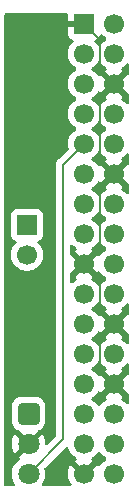
<source format=gbr>
%TF.GenerationSoftware,KiCad,Pcbnew,9.0.4*%
%TF.CreationDate,2025-10-17T20:59:14-05:00*%
%TF.ProjectId,raspi-ir,72617370-692d-4697-922e-6b696361645f,rev?*%
%TF.SameCoordinates,Original*%
%TF.FileFunction,Copper,L2,Bot*%
%TF.FilePolarity,Positive*%
%FSLAX46Y46*%
G04 Gerber Fmt 4.6, Leading zero omitted, Abs format (unit mm)*
G04 Created by KiCad (PCBNEW 9.0.4) date 2025-10-17 20:59:14*
%MOMM*%
%LPD*%
G01*
G04 APERTURE LIST*
G04 Aperture macros list*
%AMRoundRect*
0 Rectangle with rounded corners*
0 $1 Rounding radius*
0 $2 $3 $4 $5 $6 $7 $8 $9 X,Y pos of 4 corners*
0 Add a 4 corners polygon primitive as box body*
4,1,4,$2,$3,$4,$5,$6,$7,$8,$9,$2,$3,0*
0 Add four circle primitives for the rounded corners*
1,1,$1+$1,$2,$3*
1,1,$1+$1,$4,$5*
1,1,$1+$1,$6,$7*
1,1,$1+$1,$8,$9*
0 Add four rect primitives between the rounded corners*
20,1,$1+$1,$2,$3,$4,$5,0*
20,1,$1+$1,$4,$5,$6,$7,0*
20,1,$1+$1,$6,$7,$8,$9,0*
20,1,$1+$1,$8,$9,$2,$3,0*%
G04 Aperture macros list end*
%TA.AperFunction,ComponentPad*%
%ADD10RoundRect,0.250200X-0.649800X0.649800X-0.649800X-0.649800X0.649800X-0.649800X0.649800X0.649800X0*%
%TD*%
%TA.AperFunction,ComponentPad*%
%ADD11C,1.800000*%
%TD*%
%TA.AperFunction,ComponentPad*%
%ADD12R,1.700000X1.700000*%
%TD*%
%TA.AperFunction,ComponentPad*%
%ADD13C,1.700000*%
%TD*%
%TA.AperFunction,ViaPad*%
%ADD14C,0.600000*%
%TD*%
%TA.AperFunction,Conductor*%
%ADD15C,0.200000*%
%TD*%
G04 APERTURE END LIST*
D10*
%TO.P,U1,1,OUT*%
%TO.N,Net-(J1-Pin_4)*%
X142630000Y-105791000D03*
D11*
%TO.P,U1,2,GND*%
%TO.N,GND*%
X142630000Y-108331000D03*
%TO.P,U1,3,Vs*%
%TO.N,+3.3V*%
X142630000Y-110871000D03*
%TD*%
D12*
%TO.P,J2,1,Pin_1*%
%TO.N,Net-(J2-Pin_1)*%
X142494000Y-89784000D03*
D13*
%TO.P,J2,2,Pin_2*%
%TO.N,Net-(J2-Pin_2)*%
X142494000Y-92324000D03*
%TD*%
D12*
%TO.P,J1,1,Pin_1*%
%TO.N,GND*%
X147320000Y-72771000D03*
D13*
%TO.P,J1,2,Pin_2*%
%TO.N,unconnected-(J1-Pin_2-Pad2)*%
X149860000Y-72771000D03*
%TO.P,J1,3,Pin_3*%
%TO.N,Net-(J1-Pin_3)*%
X147320000Y-75311000D03*
%TO.P,J1,4,Pin_4*%
%TO.N,Net-(J1-Pin_4)*%
X149860000Y-75311000D03*
%TO.P,J1,5,Pin_5*%
%TO.N,unconnected-(J1-Pin_5-Pad5)*%
X147320000Y-77851000D03*
%TO.P,J1,6,Pin_6*%
%TO.N,GND*%
X149860000Y-77851000D03*
%TO.P,J1,7,Pin_7*%
%TO.N,unconnected-(J1-Pin_7-Pad7)*%
X147320000Y-80391000D03*
%TO.P,J1,8,Pin_8*%
%TO.N,unconnected-(J1-Pin_8-Pad8)*%
X149860000Y-80391000D03*
%TO.P,J1,9,Pin_9*%
%TO.N,+3.3V*%
X147320000Y-82931000D03*
%TO.P,J1,10,Pin_10*%
%TO.N,unconnected-(J1-Pin_10-Pad10)*%
X149860000Y-82931000D03*
%TO.P,J1,11,Pin_11*%
%TO.N,unconnected-(J1-Pin_11-Pad11)*%
X147320000Y-85471000D03*
%TO.P,J1,12,Pin_12*%
%TO.N,GND*%
X149860000Y-85471000D03*
%TO.P,J1,13,Pin_13*%
%TO.N,unconnected-(J1-Pin_13-Pad13)*%
X147320000Y-88011000D03*
%TO.P,J1,14,Pin_14*%
%TO.N,unconnected-(J1-Pin_14-Pad14)*%
X149860000Y-88011000D03*
%TO.P,J1,15,Pin_15*%
%TO.N,unconnected-(J1-Pin_15-Pad15)*%
X147320000Y-90551000D03*
%TO.P,J1,16,Pin_16*%
%TO.N,unconnected-(J1-Pin_16-Pad16)*%
X149860000Y-90551000D03*
%TO.P,J1,17,Pin_17*%
%TO.N,GND*%
X147320000Y-93091000D03*
%TO.P,J1,18,Pin_18*%
%TO.N,unconnected-(J1-Pin_18-Pad18)*%
X149860000Y-93091000D03*
%TO.P,J1,19,Pin_19*%
%TO.N,unconnected-(J1-Pin_19-Pad19)*%
X147320000Y-95631000D03*
%TO.P,J1,20,Pin_20*%
%TO.N,unconnected-(J1-Pin_20-Pad20)*%
X149860000Y-95631000D03*
%TO.P,J1,21,Pin_21*%
%TO.N,unconnected-(J1-Pin_21-Pad21)*%
X147320000Y-98171000D03*
%TO.P,J1,22,Pin_22*%
%TO.N,GND*%
X149860000Y-98171000D03*
%TO.P,J1,23,Pin_23*%
%TO.N,unconnected-(J1-Pin_23-Pad23)*%
X147320000Y-100711000D03*
%TO.P,J1,24,Pin_24*%
%TO.N,unconnected-(J1-Pin_24-Pad24)*%
X149860000Y-100711000D03*
%TO.P,J1,25,Pin_25*%
%TO.N,Net-(J1-Pin_25)*%
X147320000Y-103251000D03*
%TO.P,J1,26,Pin_26*%
%TO.N,GND*%
X149860000Y-103251000D03*
%TO.P,J1,27,Pin_27*%
%TO.N,unconnected-(J1-Pin_27-Pad27)*%
X147320000Y-105791000D03*
%TO.P,J1,28,Pin_28*%
%TO.N,unconnected-(J1-Pin_28-Pad28)*%
X149860000Y-105791000D03*
%TO.P,J1,29,Pin_29*%
%TO.N,unconnected-(J1-Pin_29-Pad29)*%
X147320000Y-108331000D03*
%TO.P,J1,30,Pin_30*%
%TO.N,unconnected-(J1-Pin_30-Pad30)*%
X149860000Y-108331000D03*
%TO.P,J1,31,Pin_31*%
%TO.N,GND*%
X147320000Y-110871000D03*
%TO.P,J1,32,Pin_32*%
%TO.N,unconnected-(J1-Pin_32-Pad32)*%
X149860000Y-110871000D03*
%TD*%
D14*
%TO.N,GND*%
X144145000Y-99695000D03*
X143383000Y-73152000D03*
X142621000Y-103505000D03*
X144272000Y-79121000D03*
%TD*%
D15*
%TO.N,+3.3V*%
X145542000Y-107959000D02*
X142630000Y-110871000D01*
X145542000Y-84709000D02*
X145542000Y-107959000D01*
X147320000Y-82931000D02*
X145542000Y-84709000D01*
%TO.N,GND*%
X148709000Y-74160000D02*
X147320000Y-72771000D01*
X148709000Y-76700000D02*
X148709000Y-74160000D01*
X149860000Y-77851000D02*
X148709000Y-76700000D01*
X148709000Y-79002000D02*
X149860000Y-77851000D01*
X148709000Y-84320000D02*
X148709000Y-79002000D01*
X149860000Y-85471000D02*
X148709000Y-84320000D01*
X148709000Y-91702000D02*
X147320000Y-93091000D01*
X148709000Y-86622000D02*
X148709000Y-91702000D01*
X149860000Y-85471000D02*
X148709000Y-86622000D01*
X148709000Y-94480000D02*
X148709000Y-97020000D01*
X147320000Y-93091000D02*
X148709000Y-94480000D01*
X148709000Y-97020000D02*
X149860000Y-98171000D01*
X148709000Y-99322000D02*
X149860000Y-98171000D01*
X148709000Y-102100000D02*
X148709000Y-99322000D01*
X149860000Y-103251000D02*
X148709000Y-102100000D01*
%TD*%
%TA.AperFunction,Conductor*%
%TO.N,GND*%
G36*
X145913039Y-71894185D02*
G01*
X145958794Y-71946989D01*
X145970000Y-71998500D01*
X145970000Y-72521000D01*
X146886988Y-72521000D01*
X146854075Y-72578007D01*
X146820000Y-72705174D01*
X146820000Y-72836826D01*
X146854075Y-72963993D01*
X146886988Y-73021000D01*
X145970000Y-73021000D01*
X145970000Y-73668844D01*
X145976401Y-73728372D01*
X145976403Y-73728379D01*
X146026645Y-73863086D01*
X146026649Y-73863093D01*
X146112809Y-73978187D01*
X146112812Y-73978190D01*
X146227906Y-74064350D01*
X146227913Y-74064354D01*
X146359470Y-74113422D01*
X146415404Y-74155293D01*
X146439821Y-74220758D01*
X146424969Y-74289031D01*
X146403819Y-74317285D01*
X146289889Y-74431215D01*
X146164951Y-74603179D01*
X146068444Y-74792585D01*
X146002753Y-74994760D01*
X145969500Y-75204713D01*
X145969500Y-75417286D01*
X146002753Y-75627239D01*
X146068444Y-75829414D01*
X146164951Y-76018820D01*
X146289890Y-76190786D01*
X146440213Y-76341109D01*
X146612182Y-76466050D01*
X146620946Y-76470516D01*
X146671742Y-76518491D01*
X146688536Y-76586312D01*
X146665998Y-76652447D01*
X146620946Y-76691484D01*
X146612182Y-76695949D01*
X146440213Y-76820890D01*
X146289890Y-76971213D01*
X146164951Y-77143179D01*
X146068444Y-77332585D01*
X146002753Y-77534760D01*
X145969500Y-77744713D01*
X145969500Y-77957286D01*
X146002753Y-78167239D01*
X146068444Y-78369414D01*
X146164951Y-78558820D01*
X146289890Y-78730786D01*
X146440213Y-78881109D01*
X146612182Y-79006050D01*
X146620946Y-79010516D01*
X146671742Y-79058491D01*
X146688536Y-79126312D01*
X146665998Y-79192447D01*
X146620946Y-79231484D01*
X146612182Y-79235949D01*
X146440213Y-79360890D01*
X146289890Y-79511213D01*
X146164951Y-79683179D01*
X146068444Y-79872585D01*
X146002753Y-80074760D01*
X145969500Y-80284713D01*
X145969500Y-80497286D01*
X146002753Y-80707239D01*
X146068444Y-80909414D01*
X146164951Y-81098820D01*
X146289890Y-81270786D01*
X146440213Y-81421109D01*
X146612182Y-81546050D01*
X146620946Y-81550516D01*
X146671742Y-81598491D01*
X146688536Y-81666312D01*
X146665998Y-81732447D01*
X146620946Y-81771484D01*
X146612182Y-81775949D01*
X146440213Y-81900890D01*
X146289890Y-82051213D01*
X146164951Y-82223179D01*
X146068444Y-82412585D01*
X146002753Y-82614760D01*
X145969500Y-82824713D01*
X145969500Y-83037286D01*
X146002754Y-83247244D01*
X146002754Y-83247247D01*
X146016491Y-83289523D01*
X146018486Y-83359364D01*
X145986241Y-83415522D01*
X145173286Y-84228478D01*
X145061481Y-84340282D01*
X145061479Y-84340285D01*
X145011361Y-84427094D01*
X145011359Y-84427096D01*
X144982425Y-84477209D01*
X144982424Y-84477210D01*
X144982423Y-84477215D01*
X144941499Y-84629943D01*
X144941499Y-84629945D01*
X144941499Y-84798046D01*
X144941500Y-84798059D01*
X144941500Y-107658902D01*
X144921815Y-107725941D01*
X144905181Y-107746583D01*
X144241681Y-108410082D01*
X144180358Y-108443567D01*
X144110666Y-108438583D01*
X144054733Y-108396711D01*
X144030316Y-108331247D01*
X144030000Y-108322401D01*
X144030000Y-108220818D01*
X143995526Y-108003164D01*
X143927432Y-107793589D01*
X143827388Y-107597243D01*
X143781066Y-107533485D01*
X143781065Y-107533485D01*
X143072138Y-108242414D01*
X143049333Y-108157306D01*
X142990090Y-108054694D01*
X142906306Y-107970910D01*
X142803694Y-107911667D01*
X142718582Y-107888861D01*
X143402601Y-107204844D01*
X143451279Y-107174819D01*
X143451282Y-107174818D01*
X143599220Y-107125797D01*
X143748581Y-107033670D01*
X143872670Y-106909581D01*
X143964797Y-106760220D01*
X144019996Y-106593638D01*
X144030500Y-106490826D01*
X144030500Y-105091174D01*
X144019996Y-104988362D01*
X144018179Y-104982880D01*
X143984224Y-104880408D01*
X143964797Y-104821780D01*
X143872670Y-104672419D01*
X143748581Y-104548330D01*
X143627675Y-104473754D01*
X143599222Y-104456204D01*
X143599217Y-104456202D01*
X143432638Y-104401003D01*
X143329833Y-104390500D01*
X143329826Y-104390500D01*
X141930174Y-104390500D01*
X141930166Y-104390500D01*
X141827361Y-104401003D01*
X141660782Y-104456202D01*
X141660777Y-104456204D01*
X141511417Y-104548331D01*
X141387331Y-104672417D01*
X141295204Y-104821777D01*
X141295202Y-104821782D01*
X141240003Y-104988361D01*
X141229500Y-105091166D01*
X141229500Y-106490833D01*
X141240003Y-106593638D01*
X141293712Y-106755719D01*
X141295203Y-106760220D01*
X141387330Y-106909581D01*
X141511419Y-107033670D01*
X141660780Y-107125797D01*
X141808718Y-107174818D01*
X141857396Y-107204843D01*
X142541415Y-107888861D01*
X142456306Y-107911667D01*
X142353694Y-107970910D01*
X142269910Y-108054694D01*
X142210667Y-108157306D01*
X142187861Y-108242414D01*
X141478932Y-107533485D01*
X141478931Y-107533485D01*
X141432616Y-107597233D01*
X141332567Y-107793589D01*
X141264473Y-108003164D01*
X141230000Y-108220818D01*
X141230000Y-108441181D01*
X141264473Y-108658835D01*
X141332567Y-108868410D01*
X141432611Y-109064756D01*
X141478932Y-109128513D01*
X142187861Y-108419584D01*
X142210667Y-108504694D01*
X142269910Y-108607306D01*
X142353694Y-108691090D01*
X142456306Y-108750333D01*
X142541414Y-108773138D01*
X141832485Y-109482065D01*
X141832485Y-109482066D01*
X141857680Y-109500371D01*
X141900346Y-109555701D01*
X141906325Y-109625314D01*
X141873720Y-109687110D01*
X141857681Y-109701008D01*
X141717636Y-109802756D01*
X141561756Y-109958636D01*
X141561752Y-109958641D01*
X141432187Y-110136974D01*
X141332104Y-110333393D01*
X141332103Y-110333396D01*
X141263985Y-110543047D01*
X141242610Y-110678007D01*
X141229500Y-110760778D01*
X141229500Y-110981222D01*
X141242610Y-111063993D01*
X141263985Y-111198952D01*
X141332103Y-111408603D01*
X141332104Y-111408606D01*
X141432184Y-111605021D01*
X141499457Y-111697615D01*
X141522936Y-111763422D01*
X141507110Y-111831476D01*
X141457004Y-111880170D01*
X141399138Y-111894500D01*
X140705500Y-111894500D01*
X140638461Y-111874815D01*
X140592706Y-111822011D01*
X140581500Y-111770500D01*
X140581500Y-88886135D01*
X141143500Y-88886135D01*
X141143500Y-90681870D01*
X141143501Y-90681876D01*
X141149908Y-90741483D01*
X141200202Y-90876328D01*
X141200206Y-90876335D01*
X141286452Y-90991544D01*
X141286455Y-90991547D01*
X141401664Y-91077793D01*
X141401671Y-91077797D01*
X141533082Y-91126810D01*
X141589016Y-91168681D01*
X141613433Y-91234145D01*
X141598582Y-91302418D01*
X141577431Y-91330673D01*
X141463889Y-91444215D01*
X141338951Y-91616179D01*
X141242444Y-91805585D01*
X141176753Y-92007760D01*
X141143500Y-92217713D01*
X141143500Y-92430286D01*
X141174351Y-92625075D01*
X141176754Y-92640243D01*
X141223461Y-92783993D01*
X141242444Y-92842414D01*
X141338951Y-93031820D01*
X141463890Y-93203786D01*
X141614213Y-93354109D01*
X141786179Y-93479048D01*
X141786181Y-93479049D01*
X141786184Y-93479051D01*
X141975588Y-93575557D01*
X142177757Y-93641246D01*
X142387713Y-93674500D01*
X142387714Y-93674500D01*
X142600286Y-93674500D01*
X142600287Y-93674500D01*
X142810243Y-93641246D01*
X143012412Y-93575557D01*
X143201816Y-93479051D01*
X143223789Y-93463086D01*
X143373786Y-93354109D01*
X143373788Y-93354106D01*
X143373792Y-93354104D01*
X143524104Y-93203792D01*
X143524106Y-93203788D01*
X143524109Y-93203786D01*
X143649048Y-93031820D01*
X143649047Y-93031820D01*
X143649051Y-93031816D01*
X143745557Y-92842412D01*
X143811246Y-92640243D01*
X143844500Y-92430287D01*
X143844500Y-92217713D01*
X143811246Y-92007757D01*
X143745557Y-91805588D01*
X143649051Y-91616184D01*
X143649049Y-91616181D01*
X143649048Y-91616179D01*
X143524109Y-91444213D01*
X143410569Y-91330673D01*
X143377084Y-91269350D01*
X143382068Y-91199658D01*
X143423940Y-91143725D01*
X143454915Y-91126810D01*
X143586331Y-91077796D01*
X143701546Y-90991546D01*
X143787796Y-90876331D01*
X143838091Y-90741483D01*
X143844500Y-90681873D01*
X143844499Y-88886128D01*
X143838091Y-88826517D01*
X143787796Y-88691669D01*
X143787795Y-88691668D01*
X143787793Y-88691664D01*
X143701547Y-88576455D01*
X143701544Y-88576452D01*
X143586335Y-88490206D01*
X143586328Y-88490202D01*
X143451482Y-88439908D01*
X143451483Y-88439908D01*
X143391883Y-88433501D01*
X143391881Y-88433500D01*
X143391873Y-88433500D01*
X143391864Y-88433500D01*
X141596129Y-88433500D01*
X141596123Y-88433501D01*
X141536516Y-88439908D01*
X141401671Y-88490202D01*
X141401664Y-88490206D01*
X141286455Y-88576452D01*
X141286452Y-88576455D01*
X141200206Y-88691664D01*
X141200202Y-88691671D01*
X141149908Y-88826517D01*
X141146413Y-88859029D01*
X141143501Y-88886123D01*
X141143500Y-88886135D01*
X140581500Y-88886135D01*
X140581500Y-71998500D01*
X140601185Y-71931461D01*
X140653989Y-71885706D01*
X140705500Y-71874500D01*
X145846000Y-71874500D01*
X145913039Y-71894185D01*
G37*
%TD.AperFunction*%
%TA.AperFunction,Conductor*%
G36*
X145920699Y-108532048D02*
G01*
X145976632Y-108573920D01*
X145999838Y-108628833D01*
X146002754Y-108647243D01*
X146046214Y-108781000D01*
X146068444Y-108849414D01*
X146164951Y-109038820D01*
X146289890Y-109210786D01*
X146440213Y-109361109D01*
X146612179Y-109486048D01*
X146612181Y-109486049D01*
X146612184Y-109486051D01*
X146621493Y-109490794D01*
X146672290Y-109538766D01*
X146689087Y-109606587D01*
X146666552Y-109672722D01*
X146621505Y-109711760D01*
X146612446Y-109716376D01*
X146612440Y-109716380D01*
X146558282Y-109755727D01*
X146558282Y-109755728D01*
X147190591Y-110388037D01*
X147127007Y-110405075D01*
X147012993Y-110470901D01*
X146919901Y-110563993D01*
X146854075Y-110678007D01*
X146837037Y-110741591D01*
X146204728Y-110109282D01*
X146204727Y-110109282D01*
X146165380Y-110163439D01*
X146068904Y-110352782D01*
X146003242Y-110554869D01*
X146003242Y-110554872D01*
X145970000Y-110764753D01*
X145970000Y-110977246D01*
X146003242Y-111187127D01*
X146003242Y-111187130D01*
X146068904Y-111389217D01*
X146165379Y-111578557D01*
X146251879Y-111697615D01*
X146275359Y-111763421D01*
X146259533Y-111831475D01*
X146209428Y-111880170D01*
X146151561Y-111894500D01*
X143860862Y-111894500D01*
X143793823Y-111874815D01*
X143748068Y-111822011D01*
X143738124Y-111752853D01*
X143760543Y-111697615D01*
X143782431Y-111667487D01*
X143827815Y-111605022D01*
X143927895Y-111408606D01*
X143996015Y-111198951D01*
X144030500Y-110981222D01*
X144030500Y-110760778D01*
X143996015Y-110543049D01*
X143973188Y-110472794D01*
X143971193Y-110402953D01*
X144003436Y-110346797D01*
X145789686Y-108560547D01*
X145851007Y-108527064D01*
X145920699Y-108532048D01*
G37*
%TD.AperFunction*%
%TA.AperFunction,Conductor*%
G36*
X148661444Y-108984999D02*
G01*
X148700486Y-109030056D01*
X148704951Y-109038820D01*
X148829890Y-109210786D01*
X148980213Y-109361109D01*
X149152182Y-109486050D01*
X149160946Y-109490516D01*
X149211742Y-109538491D01*
X149228536Y-109606312D01*
X149205998Y-109672447D01*
X149160946Y-109711484D01*
X149152182Y-109715949D01*
X148980213Y-109840890D01*
X148829890Y-109991213D01*
X148704949Y-110163182D01*
X148700202Y-110172499D01*
X148652227Y-110223293D01*
X148584405Y-110240087D01*
X148518271Y-110217548D01*
X148479234Y-110172495D01*
X148474626Y-110163452D01*
X148435270Y-110109282D01*
X148435269Y-110109282D01*
X147802962Y-110741589D01*
X147785925Y-110678007D01*
X147720099Y-110563993D01*
X147627007Y-110470901D01*
X147512993Y-110405075D01*
X147449409Y-110388037D01*
X148081716Y-109755728D01*
X148027547Y-109716373D01*
X148027547Y-109716372D01*
X148018500Y-109711763D01*
X147967706Y-109663788D01*
X147950912Y-109595966D01*
X147973451Y-109529832D01*
X148018508Y-109490793D01*
X148027816Y-109486051D01*
X148107007Y-109428515D01*
X148199786Y-109361109D01*
X148199788Y-109361106D01*
X148199792Y-109361104D01*
X148350104Y-109210792D01*
X148350106Y-109210788D01*
X148350109Y-109210786D01*
X148475048Y-109038820D01*
X148475047Y-109038820D01*
X148475051Y-109038816D01*
X148479514Y-109030054D01*
X148527488Y-108979259D01*
X148595308Y-108962463D01*
X148661444Y-108984999D01*
G37*
%TD.AperFunction*%
%TA.AperFunction,Conductor*%
G36*
X149394075Y-103443993D02*
G01*
X149459901Y-103558007D01*
X149552993Y-103651099D01*
X149667007Y-103716925D01*
X149730590Y-103733962D01*
X149098282Y-104366269D01*
X149098282Y-104366270D01*
X149152452Y-104405626D01*
X149152451Y-104405626D01*
X149161495Y-104410234D01*
X149212292Y-104458208D01*
X149229087Y-104526029D01*
X149206550Y-104592164D01*
X149161499Y-104631202D01*
X149152182Y-104635949D01*
X148980213Y-104760890D01*
X148829890Y-104911213D01*
X148704949Y-105083182D01*
X148700484Y-105091946D01*
X148652509Y-105142742D01*
X148584688Y-105159536D01*
X148518553Y-105136998D01*
X148479516Y-105091946D01*
X148475050Y-105083182D01*
X148350109Y-104911213D01*
X148199786Y-104760890D01*
X148027820Y-104635951D01*
X148027115Y-104635591D01*
X148019054Y-104631485D01*
X147968259Y-104583512D01*
X147951463Y-104515692D01*
X147973999Y-104449556D01*
X148019054Y-104410515D01*
X148027816Y-104406051D01*
X148082572Y-104366269D01*
X148199786Y-104281109D01*
X148199788Y-104281106D01*
X148199792Y-104281104D01*
X148350104Y-104130792D01*
X148350106Y-104130788D01*
X148350109Y-104130786D01*
X148417515Y-104038007D01*
X148475051Y-103958816D01*
X148479793Y-103949508D01*
X148527763Y-103898711D01*
X148595583Y-103881911D01*
X148661719Y-103904445D01*
X148700763Y-103949500D01*
X148705373Y-103958547D01*
X148744728Y-104012716D01*
X149377037Y-103380408D01*
X149394075Y-103443993D01*
G37*
%TD.AperFunction*%
%TA.AperFunction,Conductor*%
G36*
X150975270Y-104012717D02*
G01*
X151003771Y-104010474D01*
X151072148Y-104024838D01*
X151121905Y-104073890D01*
X151137500Y-104134092D01*
X151137500Y-104870086D01*
X151117815Y-104937125D01*
X151065011Y-104982880D01*
X150995853Y-104992824D01*
X150932297Y-104963799D01*
X150913182Y-104942971D01*
X150890109Y-104911214D01*
X150890105Y-104911209D01*
X150739786Y-104760890D01*
X150567817Y-104635949D01*
X150558504Y-104631204D01*
X150507707Y-104583230D01*
X150490912Y-104515409D01*
X150513449Y-104449274D01*
X150558507Y-104410232D01*
X150567555Y-104405622D01*
X150621716Y-104366270D01*
X150621717Y-104366270D01*
X149989408Y-103733962D01*
X150052993Y-103716925D01*
X150167007Y-103651099D01*
X150260099Y-103558007D01*
X150325925Y-103443993D01*
X150342962Y-103380408D01*
X150975270Y-104012717D01*
G37*
%TD.AperFunction*%
%TA.AperFunction,Conductor*%
G36*
X148607226Y-101346524D02*
G01*
X148619810Y-101345985D01*
X148639674Y-101357581D01*
X148661444Y-101364999D01*
X148670719Y-101375703D01*
X148680151Y-101381209D01*
X148700486Y-101410056D01*
X148704951Y-101418820D01*
X148829890Y-101590786D01*
X148980213Y-101741109D01*
X149152179Y-101866048D01*
X149152181Y-101866049D01*
X149152184Y-101866051D01*
X149161493Y-101870794D01*
X149212290Y-101918766D01*
X149229087Y-101986587D01*
X149206552Y-102052722D01*
X149161505Y-102091760D01*
X149152446Y-102096376D01*
X149152440Y-102096380D01*
X149098282Y-102135727D01*
X149098282Y-102135728D01*
X149730591Y-102768037D01*
X149667007Y-102785075D01*
X149552993Y-102850901D01*
X149459901Y-102943993D01*
X149394075Y-103058007D01*
X149377037Y-103121591D01*
X148744728Y-102489282D01*
X148744727Y-102489282D01*
X148705380Y-102543440D01*
X148705376Y-102543446D01*
X148700760Y-102552505D01*
X148652781Y-102603297D01*
X148584959Y-102620087D01*
X148518826Y-102597543D01*
X148479794Y-102552493D01*
X148475051Y-102543184D01*
X148475049Y-102543181D01*
X148475048Y-102543179D01*
X148350109Y-102371213D01*
X148199786Y-102220890D01*
X148027820Y-102095951D01*
X148019600Y-102091763D01*
X148019054Y-102091485D01*
X147968259Y-102043512D01*
X147951463Y-101975692D01*
X147973999Y-101909556D01*
X148019054Y-101870515D01*
X148027816Y-101866051D01*
X148049789Y-101850086D01*
X148199786Y-101741109D01*
X148199788Y-101741106D01*
X148199792Y-101741104D01*
X148350104Y-101590792D01*
X148350106Y-101590788D01*
X148350109Y-101590786D01*
X148475048Y-101418820D01*
X148475047Y-101418820D01*
X148475051Y-101418816D01*
X148479514Y-101410054D01*
X148488160Y-101400900D01*
X148492897Y-101389232D01*
X148511696Y-101375979D01*
X148527488Y-101359259D01*
X148539710Y-101356231D01*
X148550004Y-101348976D01*
X148572985Y-101347991D01*
X148595308Y-101342463D01*
X148607226Y-101346524D01*
G37*
%TD.AperFunction*%
%TA.AperFunction,Conductor*%
G36*
X151099919Y-101542987D02*
G01*
X151134277Y-101603825D01*
X151137500Y-101631913D01*
X151137500Y-102367907D01*
X151117815Y-102434946D01*
X151065011Y-102480701D01*
X151003771Y-102491525D01*
X150975270Y-102489281D01*
X150342962Y-103121590D01*
X150325925Y-103058007D01*
X150260099Y-102943993D01*
X150167007Y-102850901D01*
X150052993Y-102785075D01*
X149989409Y-102768037D01*
X150621716Y-102135728D01*
X150567547Y-102096373D01*
X150567547Y-102096372D01*
X150558500Y-102091763D01*
X150507706Y-102043788D01*
X150490912Y-101975966D01*
X150513451Y-101909832D01*
X150558508Y-101870793D01*
X150567816Y-101866051D01*
X150647007Y-101808515D01*
X150739786Y-101741109D01*
X150739788Y-101741106D01*
X150739792Y-101741104D01*
X150890104Y-101590792D01*
X150913181Y-101559028D01*
X150968510Y-101516363D01*
X151038123Y-101510382D01*
X151099919Y-101542987D01*
G37*
%TD.AperFunction*%
%TA.AperFunction,Conductor*%
G36*
X149394075Y-98363993D02*
G01*
X149459901Y-98478007D01*
X149552993Y-98571099D01*
X149667007Y-98636925D01*
X149730590Y-98653962D01*
X149098282Y-99286269D01*
X149098282Y-99286270D01*
X149152452Y-99325626D01*
X149152451Y-99325626D01*
X149161495Y-99330234D01*
X149212292Y-99378208D01*
X149229087Y-99446029D01*
X149206550Y-99512164D01*
X149161499Y-99551202D01*
X149152182Y-99555949D01*
X148980213Y-99680890D01*
X148829890Y-99831213D01*
X148704949Y-100003182D01*
X148700484Y-100011946D01*
X148652509Y-100062742D01*
X148584688Y-100079536D01*
X148518553Y-100056998D01*
X148479516Y-100011946D01*
X148475050Y-100003182D01*
X148350109Y-99831213D01*
X148199786Y-99680890D01*
X148027820Y-99555951D01*
X148027115Y-99555591D01*
X148019054Y-99551485D01*
X147968259Y-99503512D01*
X147951463Y-99435692D01*
X147973999Y-99369556D01*
X148019054Y-99330515D01*
X148027816Y-99326051D01*
X148082572Y-99286269D01*
X148199786Y-99201109D01*
X148199788Y-99201106D01*
X148199792Y-99201104D01*
X148350104Y-99050792D01*
X148350106Y-99050788D01*
X148350109Y-99050786D01*
X148417515Y-98958007D01*
X148475051Y-98878816D01*
X148479793Y-98869508D01*
X148527763Y-98818711D01*
X148595583Y-98801911D01*
X148661719Y-98824445D01*
X148700763Y-98869500D01*
X148705373Y-98878547D01*
X148744728Y-98932716D01*
X149377037Y-98300408D01*
X149394075Y-98363993D01*
G37*
%TD.AperFunction*%
%TA.AperFunction,Conductor*%
G36*
X150975270Y-98932717D02*
G01*
X151003771Y-98930474D01*
X151072148Y-98944838D01*
X151121905Y-98993890D01*
X151137500Y-99054092D01*
X151137500Y-99790086D01*
X151117815Y-99857125D01*
X151065011Y-99902880D01*
X150995853Y-99912824D01*
X150932297Y-99883799D01*
X150913182Y-99862971D01*
X150890109Y-99831214D01*
X150890105Y-99831209D01*
X150739786Y-99680890D01*
X150567817Y-99555949D01*
X150558504Y-99551204D01*
X150507707Y-99503230D01*
X150490912Y-99435409D01*
X150513449Y-99369274D01*
X150558507Y-99330232D01*
X150567555Y-99325622D01*
X150621716Y-99286270D01*
X150621717Y-99286270D01*
X149989408Y-98653962D01*
X150052993Y-98636925D01*
X150167007Y-98571099D01*
X150260099Y-98478007D01*
X150325925Y-98363993D01*
X150342962Y-98300408D01*
X150975270Y-98932717D01*
G37*
%TD.AperFunction*%
%TA.AperFunction,Conductor*%
G36*
X148661444Y-96284999D02*
G01*
X148700486Y-96330056D01*
X148704951Y-96338820D01*
X148829890Y-96510786D01*
X148980213Y-96661109D01*
X149152179Y-96786048D01*
X149152181Y-96786049D01*
X149152184Y-96786051D01*
X149161493Y-96790794D01*
X149212290Y-96838766D01*
X149229087Y-96906587D01*
X149206552Y-96972722D01*
X149161505Y-97011760D01*
X149152446Y-97016376D01*
X149152440Y-97016380D01*
X149098282Y-97055727D01*
X149098282Y-97055728D01*
X149730591Y-97688037D01*
X149667007Y-97705075D01*
X149552993Y-97770901D01*
X149459901Y-97863993D01*
X149394075Y-97978007D01*
X149377037Y-98041591D01*
X148744728Y-97409282D01*
X148744727Y-97409282D01*
X148705380Y-97463440D01*
X148705376Y-97463446D01*
X148700760Y-97472505D01*
X148652781Y-97523297D01*
X148584959Y-97540087D01*
X148518826Y-97517543D01*
X148479794Y-97472493D01*
X148475051Y-97463184D01*
X148475049Y-97463181D01*
X148475048Y-97463179D01*
X148350109Y-97291213D01*
X148199786Y-97140890D01*
X148027820Y-97015951D01*
X148019600Y-97011763D01*
X148019054Y-97011485D01*
X147968259Y-96963512D01*
X147951463Y-96895692D01*
X147973999Y-96829556D01*
X148019054Y-96790515D01*
X148027816Y-96786051D01*
X148049789Y-96770086D01*
X148199786Y-96661109D01*
X148199788Y-96661106D01*
X148199792Y-96661104D01*
X148350104Y-96510792D01*
X148350106Y-96510788D01*
X148350109Y-96510786D01*
X148475048Y-96338820D01*
X148475047Y-96338820D01*
X148475051Y-96338816D01*
X148479514Y-96330054D01*
X148527488Y-96279259D01*
X148595308Y-96262463D01*
X148661444Y-96284999D01*
G37*
%TD.AperFunction*%
%TA.AperFunction,Conductor*%
G36*
X151099919Y-96462987D02*
G01*
X151134277Y-96523825D01*
X151137500Y-96551913D01*
X151137500Y-97287907D01*
X151117815Y-97354946D01*
X151065011Y-97400701D01*
X151003771Y-97411525D01*
X150975270Y-97409281D01*
X150342962Y-98041590D01*
X150325925Y-97978007D01*
X150260099Y-97863993D01*
X150167007Y-97770901D01*
X150052993Y-97705075D01*
X149989409Y-97688037D01*
X150621716Y-97055728D01*
X150567547Y-97016373D01*
X150567547Y-97016372D01*
X150558500Y-97011763D01*
X150507706Y-96963788D01*
X150490912Y-96895966D01*
X150513451Y-96829832D01*
X150558508Y-96790793D01*
X150567816Y-96786051D01*
X150647007Y-96728515D01*
X150739786Y-96661109D01*
X150739788Y-96661106D01*
X150739792Y-96661104D01*
X150890104Y-96510792D01*
X150913181Y-96479028D01*
X150968510Y-96436363D01*
X151038123Y-96430382D01*
X151099919Y-96462987D01*
G37*
%TD.AperFunction*%
%TA.AperFunction,Conductor*%
G36*
X148435270Y-93852717D02*
G01*
X148435270Y-93852716D01*
X148474622Y-93798555D01*
X148479232Y-93789507D01*
X148527205Y-93738709D01*
X148595025Y-93721912D01*
X148661161Y-93744447D01*
X148700204Y-93789504D01*
X148704949Y-93798817D01*
X148829890Y-93970786D01*
X148980213Y-94121109D01*
X149152182Y-94246050D01*
X149160946Y-94250516D01*
X149211742Y-94298491D01*
X149228536Y-94366312D01*
X149205998Y-94432447D01*
X149160946Y-94471484D01*
X149152182Y-94475949D01*
X148980213Y-94600890D01*
X148829890Y-94751213D01*
X148704949Y-94923182D01*
X148700484Y-94931946D01*
X148652509Y-94982742D01*
X148584688Y-94999536D01*
X148518553Y-94976998D01*
X148479516Y-94931946D01*
X148475050Y-94923182D01*
X148350109Y-94751213D01*
X148199786Y-94600890D01*
X148027817Y-94475949D01*
X148018504Y-94471204D01*
X147967707Y-94423230D01*
X147950912Y-94355409D01*
X147973449Y-94289274D01*
X148018507Y-94250232D01*
X148027555Y-94245622D01*
X148081716Y-94206270D01*
X148081717Y-94206270D01*
X147449408Y-93573962D01*
X147512993Y-93556925D01*
X147627007Y-93491099D01*
X147720099Y-93398007D01*
X147785925Y-93283993D01*
X147802962Y-93220409D01*
X148435270Y-93852717D01*
G37*
%TD.AperFunction*%
%TA.AperFunction,Conductor*%
G36*
X146854075Y-93283993D02*
G01*
X146919901Y-93398007D01*
X147012993Y-93491099D01*
X147127007Y-93556925D01*
X147190590Y-93573962D01*
X146558282Y-94206269D01*
X146558282Y-94206270D01*
X146612452Y-94245626D01*
X146612451Y-94245626D01*
X146621495Y-94250234D01*
X146672292Y-94298208D01*
X146689087Y-94366029D01*
X146666550Y-94432164D01*
X146621499Y-94471202D01*
X146612182Y-94475949D01*
X146440213Y-94600890D01*
X146440209Y-94600894D01*
X146354181Y-94686923D01*
X146292858Y-94720408D01*
X146223166Y-94715424D01*
X146167233Y-94673552D01*
X146142816Y-94608088D01*
X146142500Y-94599242D01*
X146142500Y-93966307D01*
X146162185Y-93899268D01*
X146178819Y-93878626D01*
X146837037Y-93220408D01*
X146854075Y-93283993D01*
G37*
%TD.AperFunction*%
%TA.AperFunction,Conductor*%
G36*
X146347703Y-91489045D02*
G01*
X146354181Y-91495077D01*
X146440213Y-91581109D01*
X146612179Y-91706048D01*
X146612181Y-91706049D01*
X146612184Y-91706051D01*
X146621493Y-91710794D01*
X146672290Y-91758766D01*
X146689087Y-91826587D01*
X146666552Y-91892722D01*
X146621505Y-91931760D01*
X146612446Y-91936376D01*
X146612440Y-91936380D01*
X146558282Y-91975727D01*
X146558282Y-91975728D01*
X147190591Y-92608037D01*
X147127007Y-92625075D01*
X147012993Y-92690901D01*
X146919901Y-92783993D01*
X146854075Y-92898007D01*
X146837037Y-92961591D01*
X146178819Y-92303373D01*
X146145334Y-92242050D01*
X146142500Y-92215692D01*
X146142500Y-91582758D01*
X146162185Y-91515719D01*
X146214989Y-91469964D01*
X146284147Y-91460020D01*
X146347703Y-91489045D01*
G37*
%TD.AperFunction*%
%TA.AperFunction,Conductor*%
G36*
X148661444Y-91204999D02*
G01*
X148700486Y-91250056D01*
X148704951Y-91258820D01*
X148829890Y-91430786D01*
X148980213Y-91581109D01*
X149152182Y-91706050D01*
X149160946Y-91710516D01*
X149211742Y-91758491D01*
X149228536Y-91826312D01*
X149205998Y-91892447D01*
X149160946Y-91931484D01*
X149152182Y-91935949D01*
X148980213Y-92060890D01*
X148829890Y-92211213D01*
X148704949Y-92383182D01*
X148700202Y-92392499D01*
X148652227Y-92443293D01*
X148584405Y-92460087D01*
X148518271Y-92437548D01*
X148479234Y-92392495D01*
X148474626Y-92383452D01*
X148435270Y-92329282D01*
X148435269Y-92329282D01*
X147802962Y-92961590D01*
X147785925Y-92898007D01*
X147720099Y-92783993D01*
X147627007Y-92690901D01*
X147512993Y-92625075D01*
X147449409Y-92608037D01*
X148081716Y-91975728D01*
X148027547Y-91936373D01*
X148027547Y-91936372D01*
X148018500Y-91931763D01*
X147967706Y-91883788D01*
X147950912Y-91815966D01*
X147973451Y-91749832D01*
X148018508Y-91710793D01*
X148027816Y-91706051D01*
X148107007Y-91648515D01*
X148199786Y-91581109D01*
X148199788Y-91581106D01*
X148199792Y-91581104D01*
X148350104Y-91430792D01*
X148350106Y-91430788D01*
X148350109Y-91430786D01*
X148475048Y-91258820D01*
X148475047Y-91258820D01*
X148475051Y-91258816D01*
X148479514Y-91250054D01*
X148527488Y-91199259D01*
X148595308Y-91182463D01*
X148661444Y-91204999D01*
G37*
%TD.AperFunction*%
%TA.AperFunction,Conductor*%
G36*
X148661444Y-88664999D02*
G01*
X148700486Y-88710056D01*
X148704951Y-88718820D01*
X148829890Y-88890786D01*
X148980213Y-89041109D01*
X149152182Y-89166050D01*
X149160946Y-89170516D01*
X149211742Y-89218491D01*
X149228536Y-89286312D01*
X149205998Y-89352447D01*
X149160946Y-89391484D01*
X149152182Y-89395949D01*
X148980213Y-89520890D01*
X148829890Y-89671213D01*
X148704949Y-89843182D01*
X148700484Y-89851946D01*
X148652509Y-89902742D01*
X148584688Y-89919536D01*
X148518553Y-89896998D01*
X148479516Y-89851946D01*
X148475050Y-89843182D01*
X148350109Y-89671213D01*
X148199786Y-89520890D01*
X148027820Y-89395951D01*
X148027115Y-89395591D01*
X148019054Y-89391485D01*
X147968259Y-89343512D01*
X147951463Y-89275692D01*
X147973999Y-89209556D01*
X148019054Y-89170515D01*
X148027816Y-89166051D01*
X148049789Y-89150086D01*
X148199786Y-89041109D01*
X148199788Y-89041106D01*
X148199792Y-89041104D01*
X148350104Y-88890792D01*
X148350106Y-88890788D01*
X148350109Y-88890786D01*
X148475048Y-88718820D01*
X148475047Y-88718820D01*
X148475051Y-88718816D01*
X148479514Y-88710054D01*
X148527488Y-88659259D01*
X148595308Y-88642463D01*
X148661444Y-88664999D01*
G37*
%TD.AperFunction*%
%TA.AperFunction,Conductor*%
G36*
X149394075Y-85663993D02*
G01*
X149459901Y-85778007D01*
X149552993Y-85871099D01*
X149667007Y-85936925D01*
X149730590Y-85953962D01*
X149098282Y-86586269D01*
X149098282Y-86586270D01*
X149152452Y-86625626D01*
X149152451Y-86625626D01*
X149161495Y-86630234D01*
X149212292Y-86678208D01*
X149229087Y-86746029D01*
X149206550Y-86812164D01*
X149161499Y-86851202D01*
X149152182Y-86855949D01*
X148980213Y-86980890D01*
X148829890Y-87131213D01*
X148704949Y-87303182D01*
X148700484Y-87311946D01*
X148652509Y-87362742D01*
X148584688Y-87379536D01*
X148518553Y-87356998D01*
X148479516Y-87311946D01*
X148475050Y-87303182D01*
X148350109Y-87131213D01*
X148199786Y-86980890D01*
X148027820Y-86855951D01*
X148027115Y-86855591D01*
X148019054Y-86851485D01*
X147968259Y-86803512D01*
X147951463Y-86735692D01*
X147973999Y-86669556D01*
X148019054Y-86630515D01*
X148027816Y-86626051D01*
X148082572Y-86586269D01*
X148199786Y-86501109D01*
X148199788Y-86501106D01*
X148199792Y-86501104D01*
X148350104Y-86350792D01*
X148350106Y-86350788D01*
X148350109Y-86350786D01*
X148417515Y-86258007D01*
X148475051Y-86178816D01*
X148479793Y-86169508D01*
X148527763Y-86118711D01*
X148595583Y-86101911D01*
X148661719Y-86124445D01*
X148700763Y-86169500D01*
X148705373Y-86178547D01*
X148744728Y-86232716D01*
X149377037Y-85600408D01*
X149394075Y-85663993D01*
G37*
%TD.AperFunction*%
%TA.AperFunction,Conductor*%
G36*
X150975270Y-86232717D02*
G01*
X151003771Y-86230474D01*
X151072148Y-86244838D01*
X151121905Y-86293890D01*
X151137500Y-86354092D01*
X151137500Y-87090086D01*
X151117815Y-87157125D01*
X151065011Y-87202880D01*
X150995853Y-87212824D01*
X150932297Y-87183799D01*
X150913182Y-87162971D01*
X150890109Y-87131214D01*
X150890105Y-87131209D01*
X150739786Y-86980890D01*
X150567817Y-86855949D01*
X150558504Y-86851204D01*
X150507707Y-86803230D01*
X150490912Y-86735409D01*
X150513449Y-86669274D01*
X150558507Y-86630232D01*
X150567555Y-86625622D01*
X150621716Y-86586270D01*
X150621717Y-86586270D01*
X149989408Y-85953962D01*
X150052993Y-85936925D01*
X150167007Y-85871099D01*
X150260099Y-85778007D01*
X150325925Y-85663993D01*
X150342962Y-85600408D01*
X150975270Y-86232717D01*
G37*
%TD.AperFunction*%
%TA.AperFunction,Conductor*%
G36*
X148607226Y-83566524D02*
G01*
X148619810Y-83565985D01*
X148639674Y-83577581D01*
X148661444Y-83584999D01*
X148670719Y-83595703D01*
X148680151Y-83601209D01*
X148700486Y-83630056D01*
X148704951Y-83638820D01*
X148829890Y-83810786D01*
X148980213Y-83961109D01*
X149152179Y-84086048D01*
X149152181Y-84086049D01*
X149152184Y-84086051D01*
X149161493Y-84090794D01*
X149212290Y-84138766D01*
X149229087Y-84206587D01*
X149206552Y-84272722D01*
X149161505Y-84311760D01*
X149152446Y-84316376D01*
X149152440Y-84316380D01*
X149098282Y-84355727D01*
X149098282Y-84355728D01*
X149730591Y-84988037D01*
X149667007Y-85005075D01*
X149552993Y-85070901D01*
X149459901Y-85163993D01*
X149394075Y-85278007D01*
X149377037Y-85341591D01*
X148744728Y-84709282D01*
X148744727Y-84709282D01*
X148705380Y-84763440D01*
X148705376Y-84763446D01*
X148700760Y-84772505D01*
X148652781Y-84823297D01*
X148584959Y-84840087D01*
X148518826Y-84817543D01*
X148479794Y-84772493D01*
X148475051Y-84763184D01*
X148475049Y-84763181D01*
X148475048Y-84763179D01*
X148350109Y-84591213D01*
X148199786Y-84440890D01*
X148027820Y-84315951D01*
X148019600Y-84311763D01*
X148019054Y-84311485D01*
X147968259Y-84263512D01*
X147951463Y-84195692D01*
X147973999Y-84129556D01*
X148019054Y-84090515D01*
X148027816Y-84086051D01*
X148049789Y-84070086D01*
X148199786Y-83961109D01*
X148199788Y-83961106D01*
X148199792Y-83961104D01*
X148350104Y-83810792D01*
X148350106Y-83810788D01*
X148350109Y-83810786D01*
X148475048Y-83638820D01*
X148475047Y-83638820D01*
X148475051Y-83638816D01*
X148479514Y-83630054D01*
X148488160Y-83620900D01*
X148492897Y-83609232D01*
X148511696Y-83595979D01*
X148527488Y-83579259D01*
X148539710Y-83576231D01*
X148550004Y-83568976D01*
X148572985Y-83567991D01*
X148595308Y-83562463D01*
X148607226Y-83566524D01*
G37*
%TD.AperFunction*%
%TA.AperFunction,Conductor*%
G36*
X151099919Y-83762987D02*
G01*
X151134277Y-83823825D01*
X151137500Y-83851913D01*
X151137500Y-84587907D01*
X151117815Y-84654946D01*
X151065011Y-84700701D01*
X151003771Y-84711525D01*
X150975270Y-84709281D01*
X150342962Y-85341590D01*
X150325925Y-85278007D01*
X150260099Y-85163993D01*
X150167007Y-85070901D01*
X150052993Y-85005075D01*
X149989409Y-84988037D01*
X150621716Y-84355728D01*
X150567547Y-84316373D01*
X150567547Y-84316372D01*
X150558500Y-84311763D01*
X150507706Y-84263788D01*
X150490912Y-84195966D01*
X150513451Y-84129832D01*
X150558508Y-84090793D01*
X150567816Y-84086051D01*
X150647007Y-84028515D01*
X150739786Y-83961109D01*
X150739788Y-83961106D01*
X150739792Y-83961104D01*
X150890104Y-83810792D01*
X150913181Y-83779028D01*
X150968510Y-83736363D01*
X151038123Y-83730382D01*
X151099919Y-83762987D01*
G37*
%TD.AperFunction*%
%TA.AperFunction,Conductor*%
G36*
X148607226Y-81026524D02*
G01*
X148619810Y-81025985D01*
X148639674Y-81037581D01*
X148661444Y-81044999D01*
X148670719Y-81055703D01*
X148680151Y-81061209D01*
X148700486Y-81090056D01*
X148704951Y-81098820D01*
X148829890Y-81270786D01*
X148980213Y-81421109D01*
X149152182Y-81546050D01*
X149160946Y-81550516D01*
X149211742Y-81598491D01*
X149228536Y-81666312D01*
X149205998Y-81732447D01*
X149160946Y-81771484D01*
X149152182Y-81775949D01*
X148980213Y-81900890D01*
X148829890Y-82051213D01*
X148704949Y-82223182D01*
X148700484Y-82231946D01*
X148652509Y-82282742D01*
X148584688Y-82299536D01*
X148518553Y-82276998D01*
X148479516Y-82231946D01*
X148475050Y-82223182D01*
X148350109Y-82051213D01*
X148199786Y-81900890D01*
X148027820Y-81775951D01*
X148027115Y-81775591D01*
X148019054Y-81771485D01*
X147968259Y-81723512D01*
X147951463Y-81655692D01*
X147973999Y-81589556D01*
X148019054Y-81550515D01*
X148027816Y-81546051D01*
X148049789Y-81530086D01*
X148199786Y-81421109D01*
X148199788Y-81421106D01*
X148199792Y-81421104D01*
X148350104Y-81270792D01*
X148350106Y-81270788D01*
X148350109Y-81270786D01*
X148475048Y-81098820D01*
X148475047Y-81098820D01*
X148475051Y-81098816D01*
X148479514Y-81090054D01*
X148488160Y-81080900D01*
X148492897Y-81069232D01*
X148511696Y-81055979D01*
X148527488Y-81039259D01*
X148539710Y-81036231D01*
X148550004Y-81028976D01*
X148572985Y-81027991D01*
X148595308Y-81022463D01*
X148607226Y-81026524D01*
G37*
%TD.AperFunction*%
%TA.AperFunction,Conductor*%
G36*
X149394075Y-78043993D02*
G01*
X149459901Y-78158007D01*
X149552993Y-78251099D01*
X149667007Y-78316925D01*
X149730590Y-78333962D01*
X149098282Y-78966269D01*
X149098282Y-78966270D01*
X149152452Y-79005626D01*
X149152451Y-79005626D01*
X149161495Y-79010234D01*
X149212292Y-79058208D01*
X149229087Y-79126029D01*
X149206550Y-79192164D01*
X149161499Y-79231202D01*
X149152182Y-79235949D01*
X148980213Y-79360890D01*
X148829890Y-79511213D01*
X148704949Y-79683182D01*
X148700484Y-79691946D01*
X148652509Y-79742742D01*
X148584688Y-79759536D01*
X148518553Y-79736998D01*
X148479516Y-79691946D01*
X148475050Y-79683182D01*
X148350109Y-79511213D01*
X148199786Y-79360890D01*
X148027820Y-79235951D01*
X148027115Y-79235591D01*
X148019054Y-79231485D01*
X147968259Y-79183512D01*
X147951463Y-79115692D01*
X147973999Y-79049556D01*
X148019054Y-79010515D01*
X148027816Y-79006051D01*
X148082572Y-78966269D01*
X148199786Y-78881109D01*
X148199788Y-78881106D01*
X148199792Y-78881104D01*
X148350104Y-78730792D01*
X148350106Y-78730788D01*
X148350109Y-78730786D01*
X148417515Y-78638007D01*
X148475051Y-78558816D01*
X148479793Y-78549508D01*
X148527763Y-78498711D01*
X148595583Y-78481911D01*
X148661719Y-78504445D01*
X148700763Y-78549500D01*
X148705373Y-78558547D01*
X148744728Y-78612716D01*
X149377037Y-77980408D01*
X149394075Y-78043993D01*
G37*
%TD.AperFunction*%
%TA.AperFunction,Conductor*%
G36*
X150975270Y-78612717D02*
G01*
X151003771Y-78610474D01*
X151072148Y-78624838D01*
X151121905Y-78673890D01*
X151137500Y-78734092D01*
X151137500Y-79470086D01*
X151117815Y-79537125D01*
X151065011Y-79582880D01*
X150995853Y-79592824D01*
X150932297Y-79563799D01*
X150913182Y-79542971D01*
X150890109Y-79511214D01*
X150890105Y-79511209D01*
X150739786Y-79360890D01*
X150567817Y-79235949D01*
X150558504Y-79231204D01*
X150507707Y-79183230D01*
X150490912Y-79115409D01*
X150513449Y-79049274D01*
X150558507Y-79010232D01*
X150567555Y-79005622D01*
X150621716Y-78966270D01*
X150621717Y-78966270D01*
X149989408Y-78333962D01*
X150052993Y-78316925D01*
X150167007Y-78251099D01*
X150260099Y-78158007D01*
X150325925Y-78043993D01*
X150342962Y-77980408D01*
X150975270Y-78612717D01*
G37*
%TD.AperFunction*%
%TA.AperFunction,Conductor*%
G36*
X148607226Y-75946524D02*
G01*
X148619810Y-75945985D01*
X148639674Y-75957581D01*
X148661444Y-75964999D01*
X148670719Y-75975703D01*
X148680151Y-75981209D01*
X148700486Y-76010056D01*
X148704951Y-76018820D01*
X148829890Y-76190786D01*
X148980213Y-76341109D01*
X149152179Y-76466048D01*
X149152181Y-76466049D01*
X149152184Y-76466051D01*
X149161493Y-76470794D01*
X149212290Y-76518766D01*
X149229087Y-76586587D01*
X149206552Y-76652722D01*
X149161505Y-76691760D01*
X149152446Y-76696376D01*
X149152440Y-76696380D01*
X149098282Y-76735727D01*
X149098282Y-76735728D01*
X149730591Y-77368037D01*
X149667007Y-77385075D01*
X149552993Y-77450901D01*
X149459901Y-77543993D01*
X149394075Y-77658007D01*
X149377037Y-77721591D01*
X148744728Y-77089282D01*
X148744727Y-77089282D01*
X148705380Y-77143440D01*
X148705376Y-77143446D01*
X148700760Y-77152505D01*
X148652781Y-77203297D01*
X148584959Y-77220087D01*
X148518826Y-77197543D01*
X148479794Y-77152493D01*
X148475051Y-77143184D01*
X148475049Y-77143181D01*
X148475048Y-77143179D01*
X148350109Y-76971213D01*
X148199786Y-76820890D01*
X148027820Y-76695951D01*
X148019600Y-76691763D01*
X148019054Y-76691485D01*
X147968259Y-76643512D01*
X147951463Y-76575692D01*
X147973999Y-76509556D01*
X148019054Y-76470515D01*
X148027816Y-76466051D01*
X148049789Y-76450086D01*
X148199786Y-76341109D01*
X148199788Y-76341106D01*
X148199792Y-76341104D01*
X148350104Y-76190792D01*
X148350106Y-76190788D01*
X148350109Y-76190786D01*
X148475048Y-76018820D01*
X148475047Y-76018820D01*
X148475051Y-76018816D01*
X148479514Y-76010054D01*
X148488160Y-76000900D01*
X148492897Y-75989232D01*
X148511696Y-75975979D01*
X148527488Y-75959259D01*
X148539710Y-75956231D01*
X148550004Y-75948976D01*
X148572985Y-75947991D01*
X148595308Y-75942463D01*
X148607226Y-75946524D01*
G37*
%TD.AperFunction*%
%TA.AperFunction,Conductor*%
G36*
X151099919Y-76142987D02*
G01*
X151134277Y-76203825D01*
X151137500Y-76231913D01*
X151137500Y-76967907D01*
X151117815Y-77034946D01*
X151065011Y-77080701D01*
X151003771Y-77091525D01*
X150975270Y-77089281D01*
X150342962Y-77721590D01*
X150325925Y-77658007D01*
X150260099Y-77543993D01*
X150167007Y-77450901D01*
X150052993Y-77385075D01*
X149989409Y-77368037D01*
X150621716Y-76735728D01*
X150567547Y-76696373D01*
X150567547Y-76696372D01*
X150558500Y-76691763D01*
X150507706Y-76643788D01*
X150490912Y-76575966D01*
X150513451Y-76509832D01*
X150558508Y-76470793D01*
X150567816Y-76466051D01*
X150647007Y-76408515D01*
X150739786Y-76341109D01*
X150739788Y-76341106D01*
X150739792Y-76341104D01*
X150890104Y-76190792D01*
X150913181Y-76159028D01*
X150968510Y-76116363D01*
X151038123Y-76110382D01*
X151099919Y-76142987D01*
G37*
%TD.AperFunction*%
%TA.AperFunction,Conductor*%
G36*
X148838030Y-73666030D02*
G01*
X148866285Y-73687181D01*
X148980213Y-73801109D01*
X149152182Y-73926050D01*
X149160946Y-73930516D01*
X149211742Y-73978491D01*
X149228536Y-74046312D01*
X149205998Y-74112447D01*
X149160946Y-74151484D01*
X149152182Y-74155949D01*
X148980213Y-74280890D01*
X148829890Y-74431213D01*
X148704949Y-74603182D01*
X148700484Y-74611946D01*
X148652509Y-74662742D01*
X148584688Y-74679536D01*
X148518553Y-74656998D01*
X148479516Y-74611946D01*
X148475050Y-74603182D01*
X148350109Y-74431213D01*
X148236181Y-74317285D01*
X148202696Y-74255962D01*
X148207680Y-74186270D01*
X148249552Y-74130337D01*
X148280529Y-74113422D01*
X148412086Y-74064354D01*
X148412093Y-74064350D01*
X148527187Y-73978190D01*
X148527190Y-73978187D01*
X148613350Y-73863093D01*
X148613354Y-73863086D01*
X148662422Y-73731529D01*
X148704293Y-73675595D01*
X148769757Y-73651178D01*
X148838030Y-73666030D01*
G37*
%TD.AperFunction*%
%TD*%
M02*

</source>
